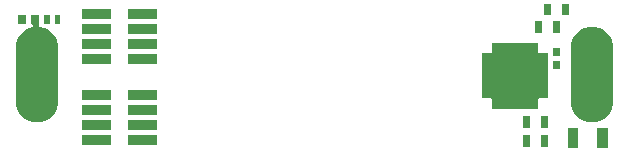
<source format=gbr>
G04 #@! TF.GenerationSoftware,KiCad,Pcbnew,5.0.1*
G04 #@! TF.CreationDate,2018-12-04T10:53:53+13:00*
G04 #@! TF.ProjectId,jake_small,6A616B655F736D616C6C2E6B69636164,rev?*
G04 #@! TF.SameCoordinates,Original*
G04 #@! TF.FileFunction,Soldermask,Top*
G04 #@! TF.FilePolarity,Negative*
%FSLAX46Y46*%
G04 Gerber Fmt 4.6, Leading zero omitted, Abs format (unit mm)*
G04 Created by KiCad (PCBNEW 5.0.1) date Tue 04 Dec 2018 10:53:53 NZDT*
%MOMM*%
%LPD*%
G01*
G04 APERTURE LIST*
%ADD10C,0.100000*%
G04 APERTURE END LIST*
D10*
G36*
X172351000Y-53101000D02*
X171449000Y-53101000D01*
X171449000Y-51399000D01*
X172351000Y-51399000D01*
X172351000Y-53101000D01*
X172351000Y-53101000D01*
G37*
G36*
X169851000Y-53101000D02*
X168949000Y-53101000D01*
X168949000Y-51399000D01*
X169851000Y-51399000D01*
X169851000Y-53101000D01*
X169851000Y-53101000D01*
G37*
G36*
X165751000Y-53001000D02*
X165149000Y-53001000D01*
X165149000Y-51999000D01*
X165751000Y-51999000D01*
X165751000Y-53001000D01*
X165751000Y-53001000D01*
G37*
G36*
X167251000Y-53001000D02*
X166649000Y-53001000D01*
X166649000Y-51999000D01*
X167251000Y-51999000D01*
X167251000Y-53001000D01*
X167251000Y-53001000D01*
G37*
G36*
X134201000Y-52826000D02*
X131699000Y-52826000D01*
X131699000Y-51984000D01*
X134201000Y-51984000D01*
X134201000Y-52826000D01*
X134201000Y-52826000D01*
G37*
G36*
X130301000Y-52826000D02*
X127799000Y-52826000D01*
X127799000Y-51984000D01*
X130301000Y-51984000D01*
X130301000Y-52826000D01*
X130301000Y-52826000D01*
G37*
G36*
X134201000Y-51556000D02*
X131699000Y-51556000D01*
X131699000Y-50714000D01*
X134201000Y-50714000D01*
X134201000Y-51556000D01*
X134201000Y-51556000D01*
G37*
G36*
X130301000Y-51556000D02*
X127799000Y-51556000D01*
X127799000Y-50714000D01*
X130301000Y-50714000D01*
X130301000Y-51556000D01*
X130301000Y-51556000D01*
G37*
G36*
X165751000Y-51401000D02*
X165149000Y-51401000D01*
X165149000Y-50399000D01*
X165751000Y-50399000D01*
X165751000Y-51401000D01*
X165751000Y-51401000D01*
G37*
G36*
X167251000Y-51401000D02*
X166649000Y-51401000D01*
X166649000Y-50399000D01*
X167251000Y-50399000D01*
X167251000Y-51401000D01*
X167251000Y-51401000D01*
G37*
G36*
X171353057Y-42875059D02*
X171579384Y-42943714D01*
X171692548Y-42978042D01*
X172005425Y-43145279D01*
X172279661Y-43370339D01*
X172504721Y-43644575D01*
X172671958Y-43957451D01*
X172706286Y-44070615D01*
X172774941Y-44296942D01*
X172801000Y-44561525D01*
X172801000Y-49238475D01*
X172774941Y-49503058D01*
X172706286Y-49729385D01*
X172671958Y-49842549D01*
X172504721Y-50155425D01*
X172279661Y-50429661D01*
X172005425Y-50654721D01*
X171692549Y-50821958D01*
X171579385Y-50856286D01*
X171353058Y-50924941D01*
X171000000Y-50959714D01*
X170646943Y-50924941D01*
X170420616Y-50856286D01*
X170307452Y-50821958D01*
X169994576Y-50654721D01*
X169720340Y-50429661D01*
X169495280Y-50155425D01*
X169328043Y-49842549D01*
X169293715Y-49729385D01*
X169225060Y-49503058D01*
X169199001Y-49238475D01*
X169199000Y-44561526D01*
X169225059Y-44296943D01*
X169328042Y-43957453D01*
X169328042Y-43957452D01*
X169495279Y-43644575D01*
X169720339Y-43370339D01*
X169994575Y-43145279D01*
X170307451Y-42978042D01*
X170420615Y-42943714D01*
X170646942Y-42875059D01*
X171000000Y-42840286D01*
X171353057Y-42875059D01*
X171353057Y-42875059D01*
G37*
G36*
X124201000Y-42746790D02*
X124203402Y-42771176D01*
X124210515Y-42794625D01*
X124222066Y-42816236D01*
X124237612Y-42835178D01*
X124256554Y-42850724D01*
X124278165Y-42862275D01*
X124301614Y-42869388D01*
X124313739Y-42871187D01*
X124353057Y-42875059D01*
X124579384Y-42943714D01*
X124692548Y-42978042D01*
X125005425Y-43145279D01*
X125279661Y-43370339D01*
X125504721Y-43644575D01*
X125671958Y-43957451D01*
X125706286Y-44070615D01*
X125774941Y-44296942D01*
X125801000Y-44561525D01*
X125801000Y-49238475D01*
X125774941Y-49503058D01*
X125706286Y-49729385D01*
X125671958Y-49842549D01*
X125504721Y-50155425D01*
X125279661Y-50429661D01*
X125005425Y-50654721D01*
X124692549Y-50821958D01*
X124579385Y-50856286D01*
X124353058Y-50924941D01*
X124000000Y-50959714D01*
X123646943Y-50924941D01*
X123420616Y-50856286D01*
X123307452Y-50821958D01*
X122994576Y-50654721D01*
X122720340Y-50429661D01*
X122495280Y-50155425D01*
X122328043Y-49842549D01*
X122293715Y-49729385D01*
X122225060Y-49503058D01*
X122199001Y-49238475D01*
X122199000Y-44561526D01*
X122225059Y-44296943D01*
X122328042Y-43957453D01*
X122328042Y-43957452D01*
X122495279Y-43644575D01*
X122720339Y-43370339D01*
X122994575Y-43145279D01*
X123307451Y-42978042D01*
X123396562Y-42951011D01*
X123579176Y-42895616D01*
X123601809Y-42886240D01*
X123622184Y-42872627D01*
X123639511Y-42855299D01*
X123653125Y-42834925D01*
X123662502Y-42812286D01*
X123667283Y-42788252D01*
X123667283Y-42763748D01*
X123662503Y-42739715D01*
X123653125Y-42717076D01*
X123639512Y-42696701D01*
X123622184Y-42679374D01*
X123601810Y-42665760D01*
X123579171Y-42656383D01*
X123555137Y-42651602D01*
X123542885Y-42651000D01*
X123499000Y-42651000D01*
X123499000Y-41849000D01*
X124201000Y-41849000D01*
X124201000Y-42746790D01*
X124201000Y-42746790D01*
G37*
G36*
X130301000Y-50286000D02*
X127799000Y-50286000D01*
X127799000Y-49444000D01*
X130301000Y-49444000D01*
X130301000Y-50286000D01*
X130301000Y-50286000D01*
G37*
G36*
X134201000Y-50286000D02*
X131699000Y-50286000D01*
X131699000Y-49444000D01*
X134201000Y-49444000D01*
X134201000Y-50286000D01*
X134201000Y-50286000D01*
G37*
G36*
X166426000Y-44949000D02*
X166428402Y-44973386D01*
X166435515Y-44996835D01*
X166447066Y-45018446D01*
X166462612Y-45037388D01*
X166481554Y-45052934D01*
X166503165Y-45064485D01*
X166526614Y-45071598D01*
X166551000Y-45074000D01*
X167301000Y-45074000D01*
X167301000Y-48926000D01*
X166551000Y-48926000D01*
X166526614Y-48928402D01*
X166503165Y-48935515D01*
X166481554Y-48947066D01*
X166462612Y-48962612D01*
X166447066Y-48981554D01*
X166435515Y-49003165D01*
X166428402Y-49026614D01*
X166426000Y-49051000D01*
X166426000Y-49801000D01*
X162574000Y-49801000D01*
X162574000Y-49051000D01*
X162571598Y-49026614D01*
X162564485Y-49003165D01*
X162552934Y-48981554D01*
X162537388Y-48962612D01*
X162518446Y-48947066D01*
X162496835Y-48935515D01*
X162473386Y-48928402D01*
X162449000Y-48926000D01*
X161699000Y-48926000D01*
X161699000Y-45074000D01*
X162449000Y-45074000D01*
X162473386Y-45071598D01*
X162496835Y-45064485D01*
X162518446Y-45052934D01*
X162537388Y-45037388D01*
X162552934Y-45018446D01*
X162564485Y-44996835D01*
X162571598Y-44973386D01*
X162574000Y-44949000D01*
X162574000Y-44199000D01*
X166426000Y-44199000D01*
X166426000Y-44949000D01*
X166426000Y-44949000D01*
G37*
G36*
X134201000Y-49016000D02*
X131699000Y-49016000D01*
X131699000Y-48174000D01*
X134201000Y-48174000D01*
X134201000Y-49016000D01*
X134201000Y-49016000D01*
G37*
G36*
X130301000Y-49016000D02*
X127799000Y-49016000D01*
X127799000Y-48174000D01*
X130301000Y-48174000D01*
X130301000Y-49016000D01*
X130301000Y-49016000D01*
G37*
G36*
X168301000Y-46426000D02*
X167699000Y-46426000D01*
X167699000Y-45724000D01*
X168301000Y-45724000D01*
X168301000Y-46426000D01*
X168301000Y-46426000D01*
G37*
G36*
X130301000Y-45976000D02*
X127799000Y-45976000D01*
X127799000Y-45134000D01*
X130301000Y-45134000D01*
X130301000Y-45976000D01*
X130301000Y-45976000D01*
G37*
G36*
X134201000Y-45976000D02*
X131699000Y-45976000D01*
X131699000Y-45134000D01*
X134201000Y-45134000D01*
X134201000Y-45976000D01*
X134201000Y-45976000D01*
G37*
G36*
X168301000Y-45326000D02*
X167699000Y-45326000D01*
X167699000Y-44624000D01*
X168301000Y-44624000D01*
X168301000Y-45326000D01*
X168301000Y-45326000D01*
G37*
G36*
X130301000Y-44706000D02*
X127799000Y-44706000D01*
X127799000Y-43864000D01*
X130301000Y-43864000D01*
X130301000Y-44706000D01*
X130301000Y-44706000D01*
G37*
G36*
X134201000Y-44706000D02*
X131699000Y-44706000D01*
X131699000Y-43864000D01*
X134201000Y-43864000D01*
X134201000Y-44706000D01*
X134201000Y-44706000D01*
G37*
G36*
X130301000Y-43436000D02*
X127799000Y-43436000D01*
X127799000Y-42594000D01*
X130301000Y-42594000D01*
X130301000Y-43436000D01*
X130301000Y-43436000D01*
G37*
G36*
X134201000Y-43436000D02*
X131699000Y-43436000D01*
X131699000Y-42594000D01*
X134201000Y-42594000D01*
X134201000Y-43436000D01*
X134201000Y-43436000D01*
G37*
G36*
X168301000Y-43401000D02*
X167699000Y-43401000D01*
X167699000Y-42399000D01*
X168301000Y-42399000D01*
X168301000Y-43401000D01*
X168301000Y-43401000D01*
G37*
G36*
X166801000Y-43401000D02*
X166199000Y-43401000D01*
X166199000Y-42399000D01*
X166801000Y-42399000D01*
X166801000Y-43401000D01*
X166801000Y-43401000D01*
G37*
G36*
X123101000Y-42651000D02*
X122399000Y-42651000D01*
X122399000Y-41849000D01*
X123101000Y-41849000D01*
X123101000Y-42651000D01*
X123101000Y-42651000D01*
G37*
G36*
X126001000Y-42601000D02*
X125499000Y-42601000D01*
X125499000Y-41899000D01*
X126001000Y-41899000D01*
X126001000Y-42601000D01*
X126001000Y-42601000D01*
G37*
G36*
X125101000Y-42601000D02*
X124599000Y-42601000D01*
X124599000Y-41899000D01*
X125101000Y-41899000D01*
X125101000Y-42601000D01*
X125101000Y-42601000D01*
G37*
G36*
X134201000Y-42166000D02*
X131699000Y-42166000D01*
X131699000Y-41324000D01*
X134201000Y-41324000D01*
X134201000Y-42166000D01*
X134201000Y-42166000D01*
G37*
G36*
X130301000Y-42166000D02*
X127799000Y-42166000D01*
X127799000Y-41324000D01*
X130301000Y-41324000D01*
X130301000Y-42166000D01*
X130301000Y-42166000D01*
G37*
G36*
X167551000Y-41901000D02*
X166949000Y-41901000D01*
X166949000Y-40899000D01*
X167551000Y-40899000D01*
X167551000Y-41901000D01*
X167551000Y-41901000D01*
G37*
G36*
X169051000Y-41901000D02*
X168449000Y-41901000D01*
X168449000Y-40899000D01*
X169051000Y-40899000D01*
X169051000Y-41901000D01*
X169051000Y-41901000D01*
G37*
M02*

</source>
